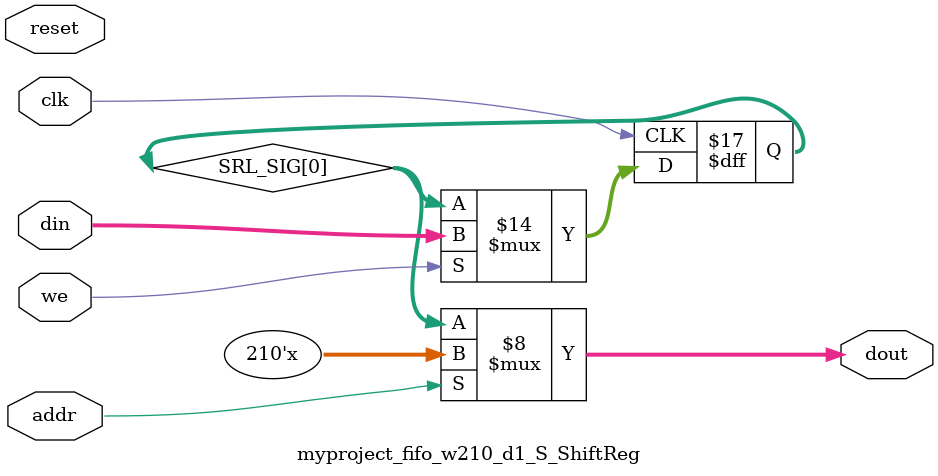
<source format=v>

`timescale 1ns/1ps

module myproject_fifo_w210_d1_S
#(parameter
    MEM_STYLE    = "shiftReg",
    DATA_WIDTH   = 210,
    ADDR_WIDTH   = 1,
    DEPTH        = 1)
(
    // system signal
    input  wire                  clk,
    input  wire                  reset,

    // write
    output wire                  if_full_n,
    input  wire                  if_write_ce,
    input  wire                  if_write,
    input  wire [DATA_WIDTH-1:0] if_din,
    
    // read 
    output wire [ADDR_WIDTH:0]   if_num_data_valid, // for FRP
    output wire [ADDR_WIDTH:0]   if_fifo_cap,       // for FRP

    output wire                  if_empty_n,
    input  wire                  if_read_ce,
    input  wire                  if_read,
    output wire [DATA_WIDTH-1:0] if_dout
);
//------------------------Parameter----------------------

//------------------------Local signal-------------------
    wire [ADDR_WIDTH-1:0] addr;
    wire                  push;
    wire                  pop;
    reg signed [ADDR_WIDTH:0] mOutPtr;
    reg                   empty_n = 1'b0;
    reg                   full_n = 1'b1; 
    // has num_data_valid? 
    reg  [ADDR_WIDTH:0]   num_data_valid; //yes 
//------------------------Instantiation------------------
    myproject_fifo_w210_d1_S_ShiftReg 
    #(  .DATA_WIDTH (DATA_WIDTH),
        .ADDR_WIDTH (ADDR_WIDTH),
        .DEPTH      (DEPTH))
    U_myproject_fifo_w210_d1_S_ShiftReg (
        .clk        (clk),
        .we         (push),
        .addr       (addr),
        .din        (if_din),
        .dout       (if_dout)
    );
//------------------------Task and function--------------

//------------------------Body---------------------------
    // num_data_valid 
    assign if_num_data_valid = num_data_valid;
    assign if_fifo_cap       = DEPTH;

    // almost full/empty 

    // program full/empty 

    assign if_full_n  = full_n; 
    assign if_empty_n = empty_n;

    assign push       = full_n & if_write_ce & if_write;
    assign pop        = empty_n & if_read_ce & if_read;

    assign addr       = mOutPtr[ADDR_WIDTH] == 1'b0 ? mOutPtr[ADDR_WIDTH-1:0] : {ADDR_WIDTH{1'b0}};

    // mOutPtr
    always @(posedge clk) begin
        if (reset)
            mOutPtr <= {ADDR_WIDTH+1{1'b1}};
        else if (push & ~pop)
            mOutPtr <= mOutPtr + 1'b1;
        else if (~push & pop)
            mOutPtr <= mOutPtr - 1'b1;
    end

    // full_n
    always @(posedge clk) begin
        if (reset)
            full_n <= 1'b1;
        else if ((push & ~pop) && (mOutPtr == DEPTH - 2))
            full_n <= 1'b0;
        else if (~push & pop)
            full_n <= 1'b1;
    end

    // empty_n
    always @(posedge clk) begin
        if (reset)
            empty_n <= 1'b0;
        else if (push & ~pop)
            empty_n <= 1'b1;
        else if ((~push & pop) && (mOutPtr == 0))
            empty_n <= 1'b0;
    end

    // almost_full_n 

    // almost_empty_n 

    // prog_full_n 
 
    // prog_empty_n 

    // num_data_valid 
    always @(posedge clk) begin
        if (reset)
            num_data_valid <= {ADDR_WIDTH+1{1'b0}};
        else if ( push & ~pop)
            num_data_valid <= num_data_valid + 1;
        else if (~push & pop)
            num_data_valid <= num_data_valid - 1;
    end // 

endmodule  


module myproject_fifo_w210_d1_S_ShiftReg
#(parameter
    DATA_WIDTH  = 210,
    ADDR_WIDTH  = 1,
    DEPTH       = 1)
(
    input  wire                  clk,
    input  wire                  reset,
    input  wire                  we,
    input  wire [ADDR_WIDTH-1:0] addr,
    input  wire [DATA_WIDTH-1:0] din,
    output wire [DATA_WIDTH-1:0] dout
);

    reg [DATA_WIDTH-1:0] SRL_SIG [0:DEPTH-1];
    integer i;

    always @ (posedge clk) begin
        if (we) begin
            for (i=0; i<DEPTH-1; i=i+1)
                SRL_SIG[i+1] <= SRL_SIG[i];
            SRL_SIG[0] <= din;
        end
    end

    assign dout = SRL_SIG[addr];

endmodule
</source>
